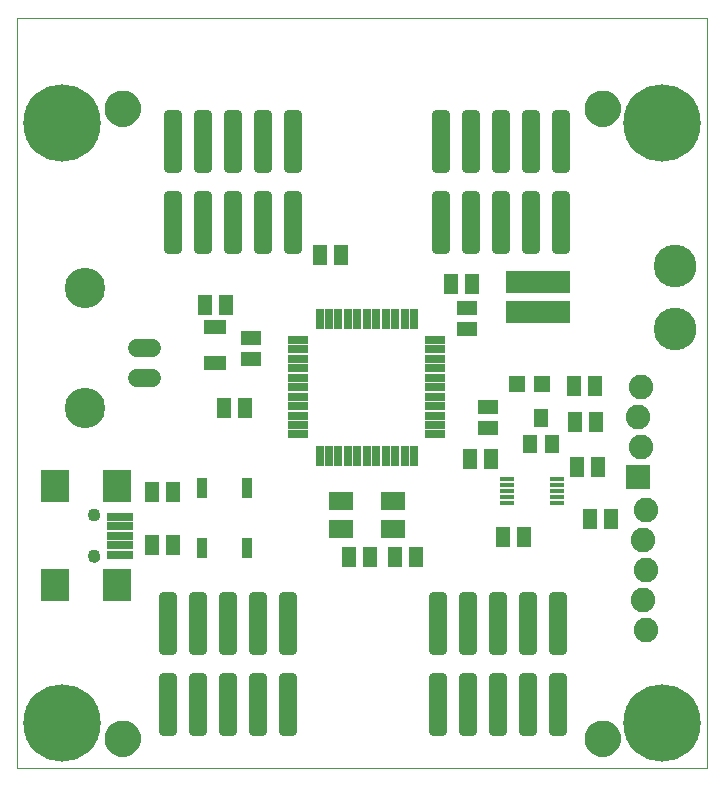
<source format=gts>
G75*
%MOIN*%
%OFA0B0*%
%FSLAX24Y24*%
%IPPOS*%
%LPD*%
%AMOC8*
5,1,8,0,0,1.08239X$1,22.5*
%
%ADD10C,0.0000*%
%ADD11C,0.0290*%
%ADD12R,0.0680X0.0480*%
%ADD13R,0.0730X0.0480*%
%ADD14R,0.0480X0.0680*%
%ADD15R,0.0828X0.0631*%
%ADD16R,0.0552X0.0552*%
%ADD17R,0.0671X0.0277*%
%ADD18R,0.0277X0.0671*%
%ADD19R,0.0474X0.0178*%
%ADD20R,0.0474X0.0631*%
%ADD21R,0.0380X0.0680*%
%ADD22C,0.0820*%
%ADD23C,0.0500*%
%ADD24C,0.0474*%
%ADD25R,0.0946X0.1064*%
%ADD26R,0.0867X0.0277*%
%ADD27C,0.0434*%
%ADD28R,0.2180X0.0730*%
%ADD29C,0.1420*%
%ADD30R,0.0820X0.0820*%
%ADD31C,0.0595*%
%ADD32C,0.1346*%
%ADD33C,0.2580*%
D10*
X009155Y001180D02*
X009155Y026180D01*
X032155Y026180D01*
X032155Y001180D01*
X009155Y001180D01*
X011528Y008241D02*
X011530Y008267D01*
X011536Y008293D01*
X011546Y008318D01*
X011559Y008341D01*
X011575Y008361D01*
X011595Y008379D01*
X011617Y008394D01*
X011640Y008406D01*
X011666Y008414D01*
X011692Y008418D01*
X011718Y008418D01*
X011744Y008414D01*
X011770Y008406D01*
X011794Y008394D01*
X011815Y008379D01*
X011835Y008361D01*
X011851Y008341D01*
X011864Y008318D01*
X011874Y008293D01*
X011880Y008267D01*
X011882Y008241D01*
X011880Y008215D01*
X011874Y008189D01*
X011864Y008164D01*
X011851Y008141D01*
X011835Y008121D01*
X011815Y008103D01*
X011793Y008088D01*
X011770Y008076D01*
X011744Y008068D01*
X011718Y008064D01*
X011692Y008064D01*
X011666Y008068D01*
X011640Y008076D01*
X011616Y008088D01*
X011595Y008103D01*
X011575Y008121D01*
X011559Y008141D01*
X011546Y008164D01*
X011536Y008189D01*
X011530Y008215D01*
X011528Y008241D01*
X011528Y009619D02*
X011530Y009645D01*
X011536Y009671D01*
X011546Y009696D01*
X011559Y009719D01*
X011575Y009739D01*
X011595Y009757D01*
X011617Y009772D01*
X011640Y009784D01*
X011666Y009792D01*
X011692Y009796D01*
X011718Y009796D01*
X011744Y009792D01*
X011770Y009784D01*
X011794Y009772D01*
X011815Y009757D01*
X011835Y009739D01*
X011851Y009719D01*
X011864Y009696D01*
X011874Y009671D01*
X011880Y009645D01*
X011882Y009619D01*
X011880Y009593D01*
X011874Y009567D01*
X011864Y009542D01*
X011851Y009519D01*
X011835Y009499D01*
X011815Y009481D01*
X011793Y009466D01*
X011770Y009454D01*
X011744Y009446D01*
X011718Y009442D01*
X011692Y009442D01*
X011666Y009446D01*
X011640Y009454D01*
X011616Y009466D01*
X011595Y009481D01*
X011575Y009499D01*
X011559Y009519D01*
X011546Y009542D01*
X011536Y009567D01*
X011530Y009593D01*
X011528Y009619D01*
X030415Y015830D02*
X030417Y015881D01*
X030423Y015932D01*
X030433Y015983D01*
X030446Y016032D01*
X030464Y016080D01*
X030485Y016127D01*
X030509Y016172D01*
X030537Y016215D01*
X030568Y016256D01*
X030602Y016295D01*
X030639Y016330D01*
X030679Y016363D01*
X030721Y016392D01*
X030765Y016419D01*
X030811Y016441D01*
X030859Y016461D01*
X030907Y016476D01*
X030957Y016488D01*
X031008Y016496D01*
X031059Y016500D01*
X031111Y016500D01*
X031162Y016496D01*
X031213Y016488D01*
X031263Y016476D01*
X031311Y016461D01*
X031359Y016441D01*
X031405Y016419D01*
X031449Y016392D01*
X031491Y016363D01*
X031531Y016330D01*
X031568Y016295D01*
X031602Y016256D01*
X031633Y016215D01*
X031661Y016172D01*
X031685Y016127D01*
X031706Y016080D01*
X031724Y016032D01*
X031737Y015983D01*
X031747Y015932D01*
X031753Y015881D01*
X031755Y015830D01*
X031753Y015779D01*
X031747Y015728D01*
X031737Y015677D01*
X031724Y015628D01*
X031706Y015580D01*
X031685Y015533D01*
X031661Y015488D01*
X031633Y015445D01*
X031602Y015404D01*
X031568Y015365D01*
X031531Y015330D01*
X031491Y015297D01*
X031449Y015268D01*
X031405Y015241D01*
X031359Y015219D01*
X031311Y015199D01*
X031263Y015184D01*
X031213Y015172D01*
X031162Y015164D01*
X031111Y015160D01*
X031059Y015160D01*
X031008Y015164D01*
X030957Y015172D01*
X030907Y015184D01*
X030859Y015199D01*
X030811Y015219D01*
X030765Y015241D01*
X030721Y015268D01*
X030679Y015297D01*
X030639Y015330D01*
X030602Y015365D01*
X030568Y015404D01*
X030537Y015445D01*
X030509Y015488D01*
X030485Y015533D01*
X030464Y015580D01*
X030446Y015628D01*
X030433Y015677D01*
X030423Y015728D01*
X030417Y015779D01*
X030415Y015830D01*
X030415Y017930D02*
X030417Y017981D01*
X030423Y018032D01*
X030433Y018083D01*
X030446Y018132D01*
X030464Y018180D01*
X030485Y018227D01*
X030509Y018272D01*
X030537Y018315D01*
X030568Y018356D01*
X030602Y018395D01*
X030639Y018430D01*
X030679Y018463D01*
X030721Y018492D01*
X030765Y018519D01*
X030811Y018541D01*
X030859Y018561D01*
X030907Y018576D01*
X030957Y018588D01*
X031008Y018596D01*
X031059Y018600D01*
X031111Y018600D01*
X031162Y018596D01*
X031213Y018588D01*
X031263Y018576D01*
X031311Y018561D01*
X031359Y018541D01*
X031405Y018519D01*
X031449Y018492D01*
X031491Y018463D01*
X031531Y018430D01*
X031568Y018395D01*
X031602Y018356D01*
X031633Y018315D01*
X031661Y018272D01*
X031685Y018227D01*
X031706Y018180D01*
X031724Y018132D01*
X031737Y018083D01*
X031747Y018032D01*
X031753Y017981D01*
X031755Y017930D01*
X031753Y017879D01*
X031747Y017828D01*
X031737Y017777D01*
X031724Y017728D01*
X031706Y017680D01*
X031685Y017633D01*
X031661Y017588D01*
X031633Y017545D01*
X031602Y017504D01*
X031568Y017465D01*
X031531Y017430D01*
X031491Y017397D01*
X031449Y017368D01*
X031405Y017341D01*
X031359Y017319D01*
X031311Y017299D01*
X031263Y017284D01*
X031213Y017272D01*
X031162Y017264D01*
X031111Y017260D01*
X031059Y017260D01*
X031008Y017264D01*
X030957Y017272D01*
X030907Y017284D01*
X030859Y017299D01*
X030811Y017319D01*
X030765Y017341D01*
X030721Y017368D01*
X030679Y017397D01*
X030639Y017430D01*
X030602Y017465D01*
X030568Y017504D01*
X030537Y017545D01*
X030509Y017588D01*
X030485Y017633D01*
X030464Y017680D01*
X030446Y017728D01*
X030433Y017777D01*
X030423Y017828D01*
X030417Y017879D01*
X030415Y017930D01*
D11*
X027411Y018485D02*
X027411Y020275D01*
X027411Y018485D02*
X027121Y018485D01*
X027121Y020275D01*
X027411Y020275D01*
X027411Y018774D02*
X027121Y018774D01*
X027121Y019063D02*
X027411Y019063D01*
X027411Y019352D02*
X027121Y019352D01*
X027121Y019641D02*
X027411Y019641D01*
X027411Y019930D02*
X027121Y019930D01*
X027121Y020219D02*
X027411Y020219D01*
X026411Y020275D02*
X026411Y018485D01*
X026121Y018485D01*
X026121Y020275D01*
X026411Y020275D01*
X026411Y018774D02*
X026121Y018774D01*
X026121Y019063D02*
X026411Y019063D01*
X026411Y019352D02*
X026121Y019352D01*
X026121Y019641D02*
X026411Y019641D01*
X026411Y019930D02*
X026121Y019930D01*
X026121Y020219D02*
X026411Y020219D01*
X025411Y020275D02*
X025411Y018485D01*
X025121Y018485D01*
X025121Y020275D01*
X025411Y020275D01*
X025411Y018774D02*
X025121Y018774D01*
X025121Y019063D02*
X025411Y019063D01*
X025411Y019352D02*
X025121Y019352D01*
X025121Y019641D02*
X025411Y019641D01*
X025411Y019930D02*
X025121Y019930D01*
X025121Y020219D02*
X025411Y020219D01*
X024411Y020275D02*
X024411Y018485D01*
X024121Y018485D01*
X024121Y020275D01*
X024411Y020275D01*
X024411Y018774D02*
X024121Y018774D01*
X024121Y019063D02*
X024411Y019063D01*
X024411Y019352D02*
X024121Y019352D01*
X024121Y019641D02*
X024411Y019641D01*
X024411Y019930D02*
X024121Y019930D01*
X024121Y020219D02*
X024411Y020219D01*
X023411Y020275D02*
X023411Y018485D01*
X023121Y018485D01*
X023121Y020275D01*
X023411Y020275D01*
X023411Y018774D02*
X023121Y018774D01*
X023121Y019063D02*
X023411Y019063D01*
X023411Y019352D02*
X023121Y019352D01*
X023121Y019641D02*
X023411Y019641D01*
X023411Y019930D02*
X023121Y019930D01*
X023121Y020219D02*
X023411Y020219D01*
X023411Y021185D02*
X023411Y022975D01*
X023411Y021185D02*
X023121Y021185D01*
X023121Y022975D01*
X023411Y022975D01*
X023411Y021474D02*
X023121Y021474D01*
X023121Y021763D02*
X023411Y021763D01*
X023411Y022052D02*
X023121Y022052D01*
X023121Y022341D02*
X023411Y022341D01*
X023411Y022630D02*
X023121Y022630D01*
X023121Y022919D02*
X023411Y022919D01*
X024411Y022975D02*
X024411Y021185D01*
X024121Y021185D01*
X024121Y022975D01*
X024411Y022975D01*
X024411Y021474D02*
X024121Y021474D01*
X024121Y021763D02*
X024411Y021763D01*
X024411Y022052D02*
X024121Y022052D01*
X024121Y022341D02*
X024411Y022341D01*
X024411Y022630D02*
X024121Y022630D01*
X024121Y022919D02*
X024411Y022919D01*
X025411Y022975D02*
X025411Y021185D01*
X025121Y021185D01*
X025121Y022975D01*
X025411Y022975D01*
X025411Y021474D02*
X025121Y021474D01*
X025121Y021763D02*
X025411Y021763D01*
X025411Y022052D02*
X025121Y022052D01*
X025121Y022341D02*
X025411Y022341D01*
X025411Y022630D02*
X025121Y022630D01*
X025121Y022919D02*
X025411Y022919D01*
X026411Y022975D02*
X026411Y021185D01*
X026121Y021185D01*
X026121Y022975D01*
X026411Y022975D01*
X026411Y021474D02*
X026121Y021474D01*
X026121Y021763D02*
X026411Y021763D01*
X026411Y022052D02*
X026121Y022052D01*
X026121Y022341D02*
X026411Y022341D01*
X026411Y022630D02*
X026121Y022630D01*
X026121Y022919D02*
X026411Y022919D01*
X027411Y022975D02*
X027411Y021185D01*
X027121Y021185D01*
X027121Y022975D01*
X027411Y022975D01*
X027411Y021474D02*
X027121Y021474D01*
X027121Y021763D02*
X027411Y021763D01*
X027411Y022052D02*
X027121Y022052D01*
X027121Y022341D02*
X027411Y022341D01*
X027411Y022630D02*
X027121Y022630D01*
X027121Y022919D02*
X027411Y022919D01*
X018472Y022975D02*
X018472Y021185D01*
X018182Y021185D01*
X018182Y022975D01*
X018472Y022975D01*
X018472Y021474D02*
X018182Y021474D01*
X018182Y021763D02*
X018472Y021763D01*
X018472Y022052D02*
X018182Y022052D01*
X018182Y022341D02*
X018472Y022341D01*
X018472Y022630D02*
X018182Y022630D01*
X018182Y022919D02*
X018472Y022919D01*
X017472Y022975D02*
X017472Y021185D01*
X017182Y021185D01*
X017182Y022975D01*
X017472Y022975D01*
X017472Y021474D02*
X017182Y021474D01*
X017182Y021763D02*
X017472Y021763D01*
X017472Y022052D02*
X017182Y022052D01*
X017182Y022341D02*
X017472Y022341D01*
X017472Y022630D02*
X017182Y022630D01*
X017182Y022919D02*
X017472Y022919D01*
X016472Y022975D02*
X016472Y021185D01*
X016182Y021185D01*
X016182Y022975D01*
X016472Y022975D01*
X016472Y021474D02*
X016182Y021474D01*
X016182Y021763D02*
X016472Y021763D01*
X016472Y022052D02*
X016182Y022052D01*
X016182Y022341D02*
X016472Y022341D01*
X016472Y022630D02*
X016182Y022630D01*
X016182Y022919D02*
X016472Y022919D01*
X015472Y022975D02*
X015472Y021185D01*
X015182Y021185D01*
X015182Y022975D01*
X015472Y022975D01*
X015472Y021474D02*
X015182Y021474D01*
X015182Y021763D02*
X015472Y021763D01*
X015472Y022052D02*
X015182Y022052D01*
X015182Y022341D02*
X015472Y022341D01*
X015472Y022630D02*
X015182Y022630D01*
X015182Y022919D02*
X015472Y022919D01*
X014472Y022975D02*
X014472Y021185D01*
X014182Y021185D01*
X014182Y022975D01*
X014472Y022975D01*
X014472Y021474D02*
X014182Y021474D01*
X014182Y021763D02*
X014472Y021763D01*
X014472Y022052D02*
X014182Y022052D01*
X014182Y022341D02*
X014472Y022341D01*
X014472Y022630D02*
X014182Y022630D01*
X014182Y022919D02*
X014472Y022919D01*
X014472Y020275D02*
X014472Y018485D01*
X014182Y018485D01*
X014182Y020275D01*
X014472Y020275D01*
X014472Y018774D02*
X014182Y018774D01*
X014182Y019063D02*
X014472Y019063D01*
X014472Y019352D02*
X014182Y019352D01*
X014182Y019641D02*
X014472Y019641D01*
X014472Y019930D02*
X014182Y019930D01*
X014182Y020219D02*
X014472Y020219D01*
X015472Y020275D02*
X015472Y018485D01*
X015182Y018485D01*
X015182Y020275D01*
X015472Y020275D01*
X015472Y018774D02*
X015182Y018774D01*
X015182Y019063D02*
X015472Y019063D01*
X015472Y019352D02*
X015182Y019352D01*
X015182Y019641D02*
X015472Y019641D01*
X015472Y019930D02*
X015182Y019930D01*
X015182Y020219D02*
X015472Y020219D01*
X016472Y020275D02*
X016472Y018485D01*
X016182Y018485D01*
X016182Y020275D01*
X016472Y020275D01*
X016472Y018774D02*
X016182Y018774D01*
X016182Y019063D02*
X016472Y019063D01*
X016472Y019352D02*
X016182Y019352D01*
X016182Y019641D02*
X016472Y019641D01*
X016472Y019930D02*
X016182Y019930D01*
X016182Y020219D02*
X016472Y020219D01*
X017472Y020275D02*
X017472Y018485D01*
X017182Y018485D01*
X017182Y020275D01*
X017472Y020275D01*
X017472Y018774D02*
X017182Y018774D01*
X017182Y019063D02*
X017472Y019063D01*
X017472Y019352D02*
X017182Y019352D01*
X017182Y019641D02*
X017472Y019641D01*
X017472Y019930D02*
X017182Y019930D01*
X017182Y020219D02*
X017472Y020219D01*
X018472Y020275D02*
X018472Y018485D01*
X018182Y018485D01*
X018182Y020275D01*
X018472Y020275D01*
X018472Y018774D02*
X018182Y018774D01*
X018182Y019063D02*
X018472Y019063D01*
X018472Y019352D02*
X018182Y019352D01*
X018182Y019641D02*
X018472Y019641D01*
X018472Y019930D02*
X018182Y019930D01*
X018182Y020219D02*
X018472Y020219D01*
X018010Y006925D02*
X018010Y005135D01*
X018010Y006925D02*
X018300Y006925D01*
X018300Y005135D01*
X018010Y005135D01*
X018010Y005424D02*
X018300Y005424D01*
X018300Y005713D02*
X018010Y005713D01*
X018010Y006002D02*
X018300Y006002D01*
X018300Y006291D02*
X018010Y006291D01*
X018010Y006580D02*
X018300Y006580D01*
X018300Y006869D02*
X018010Y006869D01*
X017010Y006925D02*
X017010Y005135D01*
X017010Y006925D02*
X017300Y006925D01*
X017300Y005135D01*
X017010Y005135D01*
X017010Y005424D02*
X017300Y005424D01*
X017300Y005713D02*
X017010Y005713D01*
X017010Y006002D02*
X017300Y006002D01*
X017300Y006291D02*
X017010Y006291D01*
X017010Y006580D02*
X017300Y006580D01*
X017300Y006869D02*
X017010Y006869D01*
X016010Y006925D02*
X016010Y005135D01*
X016010Y006925D02*
X016300Y006925D01*
X016300Y005135D01*
X016010Y005135D01*
X016010Y005424D02*
X016300Y005424D01*
X016300Y005713D02*
X016010Y005713D01*
X016010Y006002D02*
X016300Y006002D01*
X016300Y006291D02*
X016010Y006291D01*
X016010Y006580D02*
X016300Y006580D01*
X016300Y006869D02*
X016010Y006869D01*
X015010Y006925D02*
X015010Y005135D01*
X015010Y006925D02*
X015300Y006925D01*
X015300Y005135D01*
X015010Y005135D01*
X015010Y005424D02*
X015300Y005424D01*
X015300Y005713D02*
X015010Y005713D01*
X015010Y006002D02*
X015300Y006002D01*
X015300Y006291D02*
X015010Y006291D01*
X015010Y006580D02*
X015300Y006580D01*
X015300Y006869D02*
X015010Y006869D01*
X014010Y006925D02*
X014010Y005135D01*
X014010Y006925D02*
X014300Y006925D01*
X014300Y005135D01*
X014010Y005135D01*
X014010Y005424D02*
X014300Y005424D01*
X014300Y005713D02*
X014010Y005713D01*
X014010Y006002D02*
X014300Y006002D01*
X014300Y006291D02*
X014010Y006291D01*
X014010Y006580D02*
X014300Y006580D01*
X014300Y006869D02*
X014010Y006869D01*
X014010Y004225D02*
X014010Y002435D01*
X014010Y004225D02*
X014300Y004225D01*
X014300Y002435D01*
X014010Y002435D01*
X014010Y002724D02*
X014300Y002724D01*
X014300Y003013D02*
X014010Y003013D01*
X014010Y003302D02*
X014300Y003302D01*
X014300Y003591D02*
X014010Y003591D01*
X014010Y003880D02*
X014300Y003880D01*
X014300Y004169D02*
X014010Y004169D01*
X015010Y004225D02*
X015010Y002435D01*
X015010Y004225D02*
X015300Y004225D01*
X015300Y002435D01*
X015010Y002435D01*
X015010Y002724D02*
X015300Y002724D01*
X015300Y003013D02*
X015010Y003013D01*
X015010Y003302D02*
X015300Y003302D01*
X015300Y003591D02*
X015010Y003591D01*
X015010Y003880D02*
X015300Y003880D01*
X015300Y004169D02*
X015010Y004169D01*
X016010Y004225D02*
X016010Y002435D01*
X016010Y004225D02*
X016300Y004225D01*
X016300Y002435D01*
X016010Y002435D01*
X016010Y002724D02*
X016300Y002724D01*
X016300Y003013D02*
X016010Y003013D01*
X016010Y003302D02*
X016300Y003302D01*
X016300Y003591D02*
X016010Y003591D01*
X016010Y003880D02*
X016300Y003880D01*
X016300Y004169D02*
X016010Y004169D01*
X017010Y004225D02*
X017010Y002435D01*
X017010Y004225D02*
X017300Y004225D01*
X017300Y002435D01*
X017010Y002435D01*
X017010Y002724D02*
X017300Y002724D01*
X017300Y003013D02*
X017010Y003013D01*
X017010Y003302D02*
X017300Y003302D01*
X017300Y003591D02*
X017010Y003591D01*
X017010Y003880D02*
X017300Y003880D01*
X017300Y004169D02*
X017010Y004169D01*
X018010Y004225D02*
X018010Y002435D01*
X018010Y004225D02*
X018300Y004225D01*
X018300Y002435D01*
X018010Y002435D01*
X018010Y002724D02*
X018300Y002724D01*
X018300Y003013D02*
X018010Y003013D01*
X018010Y003302D02*
X018300Y003302D01*
X018300Y003591D02*
X018010Y003591D01*
X018010Y003880D02*
X018300Y003880D01*
X018300Y004169D02*
X018010Y004169D01*
X023010Y004225D02*
X023010Y002435D01*
X023010Y004225D02*
X023300Y004225D01*
X023300Y002435D01*
X023010Y002435D01*
X023010Y002724D02*
X023300Y002724D01*
X023300Y003013D02*
X023010Y003013D01*
X023010Y003302D02*
X023300Y003302D01*
X023300Y003591D02*
X023010Y003591D01*
X023010Y003880D02*
X023300Y003880D01*
X023300Y004169D02*
X023010Y004169D01*
X024010Y004225D02*
X024010Y002435D01*
X024010Y004225D02*
X024300Y004225D01*
X024300Y002435D01*
X024010Y002435D01*
X024010Y002724D02*
X024300Y002724D01*
X024300Y003013D02*
X024010Y003013D01*
X024010Y003302D02*
X024300Y003302D01*
X024300Y003591D02*
X024010Y003591D01*
X024010Y003880D02*
X024300Y003880D01*
X024300Y004169D02*
X024010Y004169D01*
X025010Y004225D02*
X025010Y002435D01*
X025010Y004225D02*
X025300Y004225D01*
X025300Y002435D01*
X025010Y002435D01*
X025010Y002724D02*
X025300Y002724D01*
X025300Y003013D02*
X025010Y003013D01*
X025010Y003302D02*
X025300Y003302D01*
X025300Y003591D02*
X025010Y003591D01*
X025010Y003880D02*
X025300Y003880D01*
X025300Y004169D02*
X025010Y004169D01*
X026010Y004225D02*
X026010Y002435D01*
X026010Y004225D02*
X026300Y004225D01*
X026300Y002435D01*
X026010Y002435D01*
X026010Y002724D02*
X026300Y002724D01*
X026300Y003013D02*
X026010Y003013D01*
X026010Y003302D02*
X026300Y003302D01*
X026300Y003591D02*
X026010Y003591D01*
X026010Y003880D02*
X026300Y003880D01*
X026300Y004169D02*
X026010Y004169D01*
X027010Y004225D02*
X027010Y002435D01*
X027010Y004225D02*
X027300Y004225D01*
X027300Y002435D01*
X027010Y002435D01*
X027010Y002724D02*
X027300Y002724D01*
X027300Y003013D02*
X027010Y003013D01*
X027010Y003302D02*
X027300Y003302D01*
X027300Y003591D02*
X027010Y003591D01*
X027010Y003880D02*
X027300Y003880D01*
X027300Y004169D02*
X027010Y004169D01*
X027010Y005135D02*
X027010Y006925D01*
X027300Y006925D01*
X027300Y005135D01*
X027010Y005135D01*
X027010Y005424D02*
X027300Y005424D01*
X027300Y005713D02*
X027010Y005713D01*
X027010Y006002D02*
X027300Y006002D01*
X027300Y006291D02*
X027010Y006291D01*
X027010Y006580D02*
X027300Y006580D01*
X027300Y006869D02*
X027010Y006869D01*
X026010Y006925D02*
X026010Y005135D01*
X026010Y006925D02*
X026300Y006925D01*
X026300Y005135D01*
X026010Y005135D01*
X026010Y005424D02*
X026300Y005424D01*
X026300Y005713D02*
X026010Y005713D01*
X026010Y006002D02*
X026300Y006002D01*
X026300Y006291D02*
X026010Y006291D01*
X026010Y006580D02*
X026300Y006580D01*
X026300Y006869D02*
X026010Y006869D01*
X025010Y006925D02*
X025010Y005135D01*
X025010Y006925D02*
X025300Y006925D01*
X025300Y005135D01*
X025010Y005135D01*
X025010Y005424D02*
X025300Y005424D01*
X025300Y005713D02*
X025010Y005713D01*
X025010Y006002D02*
X025300Y006002D01*
X025300Y006291D02*
X025010Y006291D01*
X025010Y006580D02*
X025300Y006580D01*
X025300Y006869D02*
X025010Y006869D01*
X024010Y006925D02*
X024010Y005135D01*
X024010Y006925D02*
X024300Y006925D01*
X024300Y005135D01*
X024010Y005135D01*
X024010Y005424D02*
X024300Y005424D01*
X024300Y005713D02*
X024010Y005713D01*
X024010Y006002D02*
X024300Y006002D01*
X024300Y006291D02*
X024010Y006291D01*
X024010Y006580D02*
X024300Y006580D01*
X024300Y006869D02*
X024010Y006869D01*
X023010Y006925D02*
X023010Y005135D01*
X023010Y006925D02*
X023300Y006925D01*
X023300Y005135D01*
X023010Y005135D01*
X023010Y005424D02*
X023300Y005424D01*
X023300Y005713D02*
X023010Y005713D01*
X023010Y006002D02*
X023300Y006002D01*
X023300Y006291D02*
X023010Y006291D01*
X023010Y006580D02*
X023300Y006580D01*
X023300Y006869D02*
X023010Y006869D01*
D12*
X024855Y012530D03*
X024855Y013230D03*
X024155Y015830D03*
X024155Y016530D03*
X016955Y015530D03*
X016955Y014830D03*
D13*
X015755Y014680D03*
X015755Y015880D03*
D14*
X015405Y016630D03*
X016105Y016630D03*
X019255Y018280D03*
X019955Y018280D03*
X023605Y017330D03*
X024305Y017330D03*
X027715Y013930D03*
X028415Y013930D03*
X028455Y012730D03*
X027755Y012730D03*
X027805Y011230D03*
X028505Y011230D03*
X028245Y009480D03*
X028945Y009480D03*
X026055Y008880D03*
X025355Y008880D03*
X022455Y008230D03*
X021755Y008230D03*
X020905Y008230D03*
X020205Y008230D03*
X024255Y011480D03*
X024955Y011480D03*
X016755Y013180D03*
X016055Y013180D03*
X014355Y010380D03*
X013655Y010380D03*
X013655Y008630D03*
X014355Y008630D03*
D15*
X019939Y009158D03*
X019939Y010102D03*
X021671Y010102D03*
X021671Y009158D03*
D16*
X025812Y013980D03*
X026638Y013980D03*
D17*
X023088Y013880D03*
X023088Y013565D03*
X023088Y013250D03*
X023088Y012935D03*
X023088Y012620D03*
X023088Y012305D03*
X023088Y014195D03*
X023088Y014510D03*
X023088Y014825D03*
X023088Y015140D03*
X023088Y015455D03*
X018522Y015455D03*
X018522Y015140D03*
X018522Y014825D03*
X018522Y014510D03*
X018522Y014195D03*
X018522Y013880D03*
X018522Y013565D03*
X018522Y013250D03*
X018522Y012935D03*
X018522Y012620D03*
X018522Y012305D03*
D18*
X019230Y011597D03*
X019545Y011597D03*
X019860Y011597D03*
X020175Y011597D03*
X020490Y011597D03*
X020805Y011597D03*
X021120Y011597D03*
X021435Y011597D03*
X021750Y011597D03*
X022065Y011597D03*
X022380Y011597D03*
X022380Y016163D03*
X022065Y016163D03*
X021750Y016163D03*
X021435Y016163D03*
X021120Y016163D03*
X020805Y016163D03*
X020490Y016163D03*
X020175Y016163D03*
X019860Y016163D03*
X019545Y016163D03*
X019230Y016163D03*
D19*
X025473Y010824D03*
X025473Y010627D03*
X025473Y010430D03*
X025473Y010233D03*
X025473Y010036D03*
X027137Y010036D03*
X027137Y010233D03*
X027137Y010430D03*
X027137Y010627D03*
X027137Y010824D03*
D20*
X026979Y011997D03*
X026231Y011997D03*
X026605Y012863D03*
D21*
X016805Y010530D03*
X015305Y010530D03*
X015305Y008530D03*
X016805Y008530D03*
D22*
X029855Y012880D03*
X029955Y011880D03*
X029955Y013880D03*
X030105Y009780D03*
X030005Y008780D03*
X030105Y007780D03*
X030005Y006780D03*
X030105Y005780D03*
D23*
X028301Y002180D02*
X028303Y002217D01*
X028309Y002254D01*
X028318Y002289D01*
X028332Y002324D01*
X028348Y002357D01*
X028369Y002388D01*
X028392Y002417D01*
X028418Y002443D01*
X028447Y002466D01*
X028478Y002487D01*
X028511Y002503D01*
X028546Y002517D01*
X028581Y002526D01*
X028618Y002532D01*
X028655Y002534D01*
X028692Y002532D01*
X028729Y002526D01*
X028764Y002517D01*
X028799Y002503D01*
X028832Y002487D01*
X028863Y002466D01*
X028892Y002443D01*
X028918Y002417D01*
X028941Y002388D01*
X028962Y002357D01*
X028978Y002324D01*
X028992Y002289D01*
X029001Y002254D01*
X029007Y002217D01*
X029009Y002180D01*
X029007Y002143D01*
X029001Y002106D01*
X028992Y002071D01*
X028978Y002036D01*
X028962Y002003D01*
X028941Y001972D01*
X028918Y001943D01*
X028892Y001917D01*
X028863Y001894D01*
X028832Y001873D01*
X028799Y001857D01*
X028764Y001843D01*
X028729Y001834D01*
X028692Y001828D01*
X028655Y001826D01*
X028618Y001828D01*
X028581Y001834D01*
X028546Y001843D01*
X028511Y001857D01*
X028478Y001873D01*
X028447Y001894D01*
X028418Y001917D01*
X028392Y001943D01*
X028369Y001972D01*
X028348Y002003D01*
X028332Y002036D01*
X028318Y002071D01*
X028309Y002106D01*
X028303Y002143D01*
X028301Y002180D01*
X012301Y002180D02*
X012303Y002217D01*
X012309Y002254D01*
X012318Y002289D01*
X012332Y002324D01*
X012348Y002357D01*
X012369Y002388D01*
X012392Y002417D01*
X012418Y002443D01*
X012447Y002466D01*
X012478Y002487D01*
X012511Y002503D01*
X012546Y002517D01*
X012581Y002526D01*
X012618Y002532D01*
X012655Y002534D01*
X012692Y002532D01*
X012729Y002526D01*
X012764Y002517D01*
X012799Y002503D01*
X012832Y002487D01*
X012863Y002466D01*
X012892Y002443D01*
X012918Y002417D01*
X012941Y002388D01*
X012962Y002357D01*
X012978Y002324D01*
X012992Y002289D01*
X013001Y002254D01*
X013007Y002217D01*
X013009Y002180D01*
X013007Y002143D01*
X013001Y002106D01*
X012992Y002071D01*
X012978Y002036D01*
X012962Y002003D01*
X012941Y001972D01*
X012918Y001943D01*
X012892Y001917D01*
X012863Y001894D01*
X012832Y001873D01*
X012799Y001857D01*
X012764Y001843D01*
X012729Y001834D01*
X012692Y001828D01*
X012655Y001826D01*
X012618Y001828D01*
X012581Y001834D01*
X012546Y001843D01*
X012511Y001857D01*
X012478Y001873D01*
X012447Y001894D01*
X012418Y001917D01*
X012392Y001943D01*
X012369Y001972D01*
X012348Y002003D01*
X012332Y002036D01*
X012318Y002071D01*
X012309Y002106D01*
X012303Y002143D01*
X012301Y002180D01*
X012301Y023180D02*
X012303Y023217D01*
X012309Y023254D01*
X012318Y023289D01*
X012332Y023324D01*
X012348Y023357D01*
X012369Y023388D01*
X012392Y023417D01*
X012418Y023443D01*
X012447Y023466D01*
X012478Y023487D01*
X012511Y023503D01*
X012546Y023517D01*
X012581Y023526D01*
X012618Y023532D01*
X012655Y023534D01*
X012692Y023532D01*
X012729Y023526D01*
X012764Y023517D01*
X012799Y023503D01*
X012832Y023487D01*
X012863Y023466D01*
X012892Y023443D01*
X012918Y023417D01*
X012941Y023388D01*
X012962Y023357D01*
X012978Y023324D01*
X012992Y023289D01*
X013001Y023254D01*
X013007Y023217D01*
X013009Y023180D01*
X013007Y023143D01*
X013001Y023106D01*
X012992Y023071D01*
X012978Y023036D01*
X012962Y023003D01*
X012941Y022972D01*
X012918Y022943D01*
X012892Y022917D01*
X012863Y022894D01*
X012832Y022873D01*
X012799Y022857D01*
X012764Y022843D01*
X012729Y022834D01*
X012692Y022828D01*
X012655Y022826D01*
X012618Y022828D01*
X012581Y022834D01*
X012546Y022843D01*
X012511Y022857D01*
X012478Y022873D01*
X012447Y022894D01*
X012418Y022917D01*
X012392Y022943D01*
X012369Y022972D01*
X012348Y023003D01*
X012332Y023036D01*
X012318Y023071D01*
X012309Y023106D01*
X012303Y023143D01*
X012301Y023180D01*
X028301Y023180D02*
X028303Y023217D01*
X028309Y023254D01*
X028318Y023289D01*
X028332Y023324D01*
X028348Y023357D01*
X028369Y023388D01*
X028392Y023417D01*
X028418Y023443D01*
X028447Y023466D01*
X028478Y023487D01*
X028511Y023503D01*
X028546Y023517D01*
X028581Y023526D01*
X028618Y023532D01*
X028655Y023534D01*
X028692Y023532D01*
X028729Y023526D01*
X028764Y023517D01*
X028799Y023503D01*
X028832Y023487D01*
X028863Y023466D01*
X028892Y023443D01*
X028918Y023417D01*
X028941Y023388D01*
X028962Y023357D01*
X028978Y023324D01*
X028992Y023289D01*
X029001Y023254D01*
X029007Y023217D01*
X029009Y023180D01*
X029007Y023143D01*
X029001Y023106D01*
X028992Y023071D01*
X028978Y023036D01*
X028962Y023003D01*
X028941Y022972D01*
X028918Y022943D01*
X028892Y022917D01*
X028863Y022894D01*
X028832Y022873D01*
X028799Y022857D01*
X028764Y022843D01*
X028729Y022834D01*
X028692Y022828D01*
X028655Y022826D01*
X028618Y022828D01*
X028581Y022834D01*
X028546Y022843D01*
X028511Y022857D01*
X028478Y022873D01*
X028447Y022894D01*
X028418Y022917D01*
X028392Y022943D01*
X028369Y022972D01*
X028348Y023003D01*
X028332Y023036D01*
X028318Y023071D01*
X028309Y023106D01*
X028303Y023143D01*
X028301Y023180D01*
D24*
X028655Y023180D03*
X012655Y023180D03*
X012655Y002180D03*
X028655Y002180D03*
D25*
X012492Y007276D03*
X010406Y007276D03*
X010406Y010584D03*
X012492Y010584D03*
D26*
X012591Y009560D03*
X012591Y009245D03*
X012591Y008930D03*
X012591Y008615D03*
X012591Y008300D03*
D27*
X011705Y008241D03*
X011705Y009619D03*
D28*
X026505Y016380D03*
X026505Y017380D03*
D29*
X031085Y017930D03*
X031085Y015830D03*
D30*
X029855Y010880D03*
D31*
X013662Y014180D02*
X013148Y014180D01*
X013148Y015180D02*
X013662Y015180D01*
D32*
X011405Y017180D03*
X011405Y013180D03*
D33*
X010655Y022680D03*
X030655Y022680D03*
X030655Y002680D03*
X010655Y002680D03*
M02*

</source>
